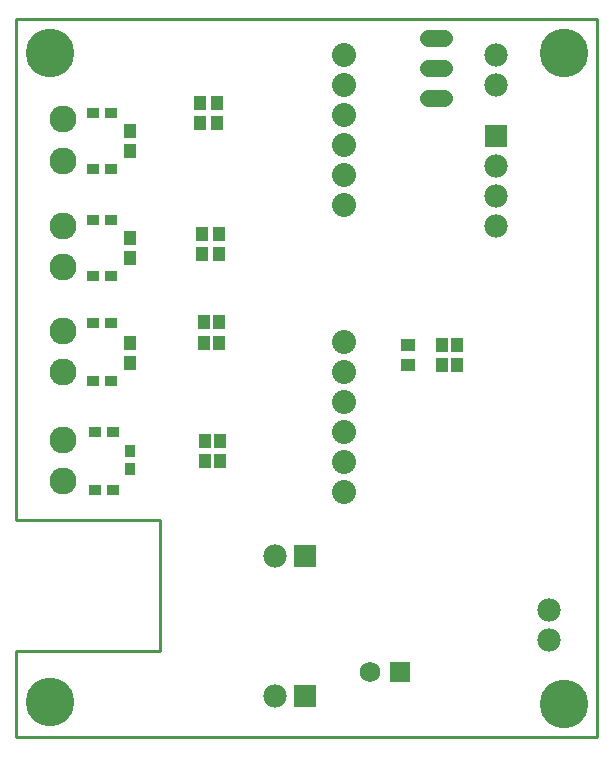
<source format=gbs>
G75*
%MOIN*%
%OFA0B0*%
%FSLAX24Y24*%
%IPPOS*%
%LPD*%
%AMOC8*
5,1,8,0,0,1.08239X$1,22.5*
%
%ADD10C,0.0100*%
%ADD11R,0.0434X0.0473*%
%ADD12C,0.0900*%
%ADD13C,0.0800*%
%ADD14R,0.0394X0.0355*%
%ADD15R,0.0780X0.0780*%
%ADD16C,0.0780*%
%ADD17R,0.0473X0.0434*%
%ADD18C,0.1621*%
%ADD19R,0.0690X0.0690*%
%ADD20C,0.0690*%
%ADD21C,0.0560*%
%ADD22R,0.0355X0.0394*%
D10*
X001993Y000973D02*
X001993Y003848D01*
X006805Y003848D01*
X006805Y008223D01*
X001993Y008223D01*
X001993Y024910D01*
X021368Y024910D01*
X021368Y000973D01*
X001993Y000973D01*
D11*
X008305Y010200D03*
X008805Y010200D03*
X008805Y010870D03*
X008305Y010870D03*
X005805Y013450D03*
X005805Y014120D03*
X008243Y014138D03*
X008743Y014138D03*
X008743Y014807D03*
X008243Y014807D03*
X008180Y017075D03*
X008743Y017075D03*
X008743Y017745D03*
X008180Y017745D03*
X005805Y017620D03*
X005805Y016950D03*
X005805Y020513D03*
X005805Y021182D03*
X008118Y021450D03*
X008680Y021450D03*
X008680Y022120D03*
X008118Y022120D03*
X016180Y014057D03*
X016680Y014057D03*
X016680Y013388D03*
X016180Y013388D03*
D12*
X003555Y013139D03*
X003555Y014517D03*
X003555Y016639D03*
X003555Y018017D03*
X003555Y020201D03*
X003555Y021579D03*
X003555Y010892D03*
X003555Y009514D03*
D13*
X012930Y009160D03*
X012930Y010160D03*
X012930Y011160D03*
X012930Y012160D03*
X012930Y013160D03*
X012930Y014160D03*
X012930Y018723D03*
X012930Y019723D03*
X012930Y020723D03*
X012930Y021723D03*
X012930Y022723D03*
X012930Y023723D03*
D14*
X005168Y021785D03*
X004568Y021785D03*
X004568Y019910D03*
X005168Y019910D03*
X005168Y018223D03*
X004568Y018223D03*
X004568Y016348D03*
X005168Y016348D03*
X005168Y014785D03*
X004568Y014785D03*
X004568Y012848D03*
X005168Y012848D03*
X005230Y011160D03*
X004630Y011160D03*
X004630Y009223D03*
X005230Y009223D03*
D15*
X011618Y007035D03*
X011618Y002348D03*
X017993Y021035D03*
D16*
X017993Y020035D03*
X017993Y019035D03*
X017993Y018035D03*
X017993Y022723D03*
X017993Y023723D03*
X010618Y007035D03*
X010618Y002348D03*
X019743Y004223D03*
X019743Y005223D03*
D17*
X015055Y013388D03*
X015055Y014057D03*
D18*
X020243Y023785D03*
X003118Y023785D03*
X003118Y002160D03*
X020243Y002098D03*
D19*
X014805Y003160D03*
D20*
X013805Y003160D03*
D21*
X015733Y022285D02*
X016253Y022285D01*
X016253Y023285D02*
X015733Y023285D01*
X015733Y024285D02*
X016253Y024285D01*
D22*
X005805Y010523D03*
X005805Y009923D03*
M02*

</source>
